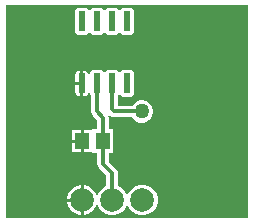
<source format=gbr>
G04*
G04 #@! TF.GenerationSoftware,Altium Limited,Altium Designer,24.1.2 (44)*
G04*
G04 Layer_Physical_Order=1*
G04 Layer_Color=255*
%FSLAX44Y44*%
%MOMM*%
G71*
G04*
G04 #@! TF.SameCoordinates,A2382F87-94EC-413F-B423-03D83E9679FE*
G04*
G04*
G04 #@! TF.FilePolarity,Positive*
G04*
G01*
G75*
G04:AMPARAMS|DCode=14|XSize=1.66mm|YSize=0.59mm|CornerRadius=0.0738mm|HoleSize=0mm|Usage=FLASHONLY|Rotation=90.000|XOffset=0mm|YOffset=0mm|HoleType=Round|Shape=RoundedRectangle|*
%AMROUNDEDRECTD14*
21,1,1.6600,0.4425,0,0,90.0*
21,1,1.5125,0.5900,0,0,90.0*
1,1,0.1475,0.2213,0.7563*
1,1,0.1475,0.2213,-0.7563*
1,1,0.1475,-0.2213,-0.7563*
1,1,0.1475,-0.2213,0.7563*
%
%ADD14ROUNDEDRECTD14*%
%ADD15R,1.1500X1.3500*%
%ADD20C,0.3540*%
%ADD21C,2.0000*%
%ADD22C,1.2700*%
G36*
X214914Y10086D02*
X10086D01*
Y189914D01*
X214914D01*
Y10086D01*
D02*
G37*
%LPC*%
G36*
X114612Y187672D02*
X110187D01*
X108709Y187378D01*
X107457Y186542D01*
X106737Y185464D01*
X106049Y185369D01*
X105361Y185464D01*
X104641Y186542D01*
X103389Y187378D01*
X101912Y187672D01*
X97487D01*
X96010Y187378D01*
X94757Y186542D01*
X94038Y185464D01*
X93349Y185369D01*
X92661Y185464D01*
X91941Y186542D01*
X90689Y187378D01*
X89212Y187672D01*
X84787D01*
X83309Y187378D01*
X82057Y186542D01*
X81337Y185464D01*
X80649Y185369D01*
X79961Y185464D01*
X79241Y186542D01*
X77989Y187378D01*
X76512Y187672D01*
X72087D01*
X70609Y187378D01*
X69357Y186542D01*
X68521Y185289D01*
X68227Y183813D01*
Y168687D01*
X68521Y167211D01*
X69357Y165958D01*
X70609Y165122D01*
X72087Y164828D01*
X76512D01*
X77989Y165122D01*
X79241Y165958D01*
X79961Y167036D01*
X80649Y167131D01*
X81337Y167036D01*
X82057Y165958D01*
X83309Y165122D01*
X84787Y164828D01*
X89212D01*
X90689Y165122D01*
X91941Y165958D01*
X92661Y167036D01*
X93349Y167131D01*
X94038Y167036D01*
X94757Y165958D01*
X96010Y165122D01*
X97487Y164828D01*
X101912D01*
X103389Y165122D01*
X104641Y165958D01*
X105361Y167036D01*
X106049Y167131D01*
X106737Y167036D01*
X107457Y165958D01*
X108709Y165122D01*
X110187Y164828D01*
X114612D01*
X116089Y165122D01*
X117341Y165958D01*
X118177Y167211D01*
X118471Y168687D01*
Y183813D01*
X118177Y185289D01*
X117341Y186542D01*
X116089Y187378D01*
X114612Y187672D01*
D02*
G37*
G36*
Y135172D02*
X110187D01*
X108709Y134878D01*
X107457Y134042D01*
X106737Y132964D01*
X106049Y132869D01*
X105361Y132964D01*
X104641Y134042D01*
X103389Y134878D01*
X101912Y135172D01*
X97487D01*
X96010Y134878D01*
X94757Y134042D01*
X94038Y132964D01*
X93349Y132869D01*
X92661Y132964D01*
X91941Y134042D01*
X90689Y134878D01*
X89212Y135172D01*
X84787D01*
X83309Y134878D01*
X82057Y134042D01*
X81221Y132789D01*
X81038Y131869D01*
X79743D01*
X79599Y132591D01*
X78875Y133675D01*
X77790Y134400D01*
X76512Y134654D01*
X75569D01*
Y123750D01*
Y112846D01*
X76512D01*
X77790Y113100D01*
X78875Y113825D01*
X79599Y114909D01*
X79743Y115631D01*
X81038D01*
X81221Y114711D01*
X82057Y113458D01*
X82087Y113439D01*
Y100000D01*
X82461Y98120D01*
X83525Y96526D01*
X87188Y92864D01*
Y85696D01*
X86290Y84798D01*
X83302Y84798D01*
X82242Y84290D01*
X75870D01*
Y75000D01*
Y65710D01*
X82242D01*
X83302Y65202D01*
X83950Y65202D01*
X87188D01*
Y55406D01*
X87562Y53526D01*
X88626Y51932D01*
X95088Y45471D01*
Y37192D01*
X94964Y37159D01*
X91988Y35441D01*
X89559Y33012D01*
X87841Y30036D01*
X87672Y29405D01*
X86402D01*
X86285Y29840D01*
X84635Y32700D01*
X82300Y35034D01*
X79440Y36685D01*
X76251Y37540D01*
X75870D01*
Y25000D01*
Y12460D01*
X76251D01*
X79440Y13315D01*
X82300Y14965D01*
X84635Y17300D01*
X86285Y20160D01*
X86402Y20595D01*
X87672D01*
X87841Y19964D01*
X89559Y16988D01*
X91988Y14559D01*
X94964Y12841D01*
X98282Y11952D01*
X101718D01*
X105036Y12841D01*
X108012Y14559D01*
X110441Y16988D01*
X112000Y19689D01*
X112598Y19821D01*
X112802D01*
X113400Y19689D01*
X114959Y16988D01*
X117388Y14559D01*
X120364Y12841D01*
X123682Y11952D01*
X127118D01*
X130436Y12841D01*
X133412Y14559D01*
X135841Y16988D01*
X137559Y19964D01*
X138448Y23282D01*
Y26718D01*
X137559Y30036D01*
X135841Y33012D01*
X133412Y35441D01*
X130436Y37159D01*
X127118Y38048D01*
X123682D01*
X120364Y37159D01*
X117388Y35441D01*
X114959Y33012D01*
X113400Y30311D01*
X112802Y30179D01*
X112598D01*
X112000Y30311D01*
X110441Y33012D01*
X108012Y35441D01*
X105036Y37159D01*
X104912Y37192D01*
Y47506D01*
X104538Y49386D01*
X103474Y50979D01*
X97012Y57441D01*
Y65202D01*
X100898D01*
Y84798D01*
X97012D01*
Y94899D01*
X96735Y96295D01*
X97905Y96920D01*
X98299Y96526D01*
X99893Y95462D01*
X101773Y95088D01*
X116984D01*
X117480Y94229D01*
X119229Y92480D01*
X121372Y91243D01*
X123763Y90602D01*
X126237D01*
X128628Y91243D01*
X130771Y92480D01*
X132520Y94229D01*
X133757Y96372D01*
X134398Y98763D01*
Y101237D01*
X133757Y103628D01*
X132520Y105771D01*
X130771Y107520D01*
X128628Y108757D01*
X126237Y109398D01*
X123763D01*
X121372Y108757D01*
X119229Y107520D01*
X117480Y105771D01*
X116984Y104912D01*
X104611D01*
Y113439D01*
X104641Y113458D01*
X105361Y114536D01*
X106049Y114631D01*
X106737Y114536D01*
X107457Y113458D01*
X108709Y112622D01*
X110187Y112328D01*
X114612D01*
X116089Y112622D01*
X117341Y113458D01*
X118177Y114711D01*
X118471Y116187D01*
Y131313D01*
X118177Y132789D01*
X117341Y134042D01*
X116089Y134878D01*
X114612Y135172D01*
D02*
G37*
G36*
X73029Y134654D02*
X72087D01*
X70808Y134400D01*
X69724Y133675D01*
X68999Y132591D01*
X68745Y131313D01*
Y125020D01*
X73029D01*
Y134654D01*
D02*
G37*
G36*
Y122480D02*
X68745D01*
Y116187D01*
X68999Y114909D01*
X69724Y113825D01*
X70808Y113100D01*
X72087Y112846D01*
X73029D01*
Y122480D01*
D02*
G37*
G36*
X73330Y84290D02*
X66310D01*
Y76270D01*
X73330D01*
Y84290D01*
D02*
G37*
G36*
Y73730D02*
X66310D01*
Y65710D01*
X73330D01*
Y73730D01*
D02*
G37*
G36*
Y37540D02*
X72949D01*
X69760Y36685D01*
X66900Y35034D01*
X64566Y32700D01*
X62915Y29840D01*
X62060Y26651D01*
Y26270D01*
X73330D01*
Y37540D01*
D02*
G37*
G36*
Y23730D02*
X62060D01*
Y23349D01*
X62915Y20160D01*
X64566Y17300D01*
X66900Y14965D01*
X69760Y13315D01*
X72949Y12460D01*
X73330D01*
Y23730D01*
D02*
G37*
%LPD*%
D14*
X74299Y176250D02*
D03*
X86999D02*
D03*
X99699D02*
D03*
X112399D02*
D03*
Y123750D02*
D03*
X99699D02*
D03*
X86999D02*
D03*
X74299D02*
D03*
D15*
X74600Y75000D02*
D03*
X92100D02*
D03*
D20*
X86999Y100000D02*
Y123750D01*
Y100000D02*
X92100Y94899D01*
Y75000D02*
Y94899D01*
X99699Y102074D02*
Y123750D01*
Y102074D02*
X101773Y100000D01*
X125000D01*
X92100Y55406D02*
Y75000D01*
X100000Y25000D02*
Y47506D01*
X92100Y55406D02*
X100000Y47506D01*
D21*
Y25000D02*
D03*
X74600D02*
D03*
X125400D02*
D03*
D22*
X25000Y36685D02*
D03*
X150000Y33012D02*
D03*
Y150000D02*
D03*
X25000D02*
D03*
X125000Y100000D02*
D03*
M02*

</source>
